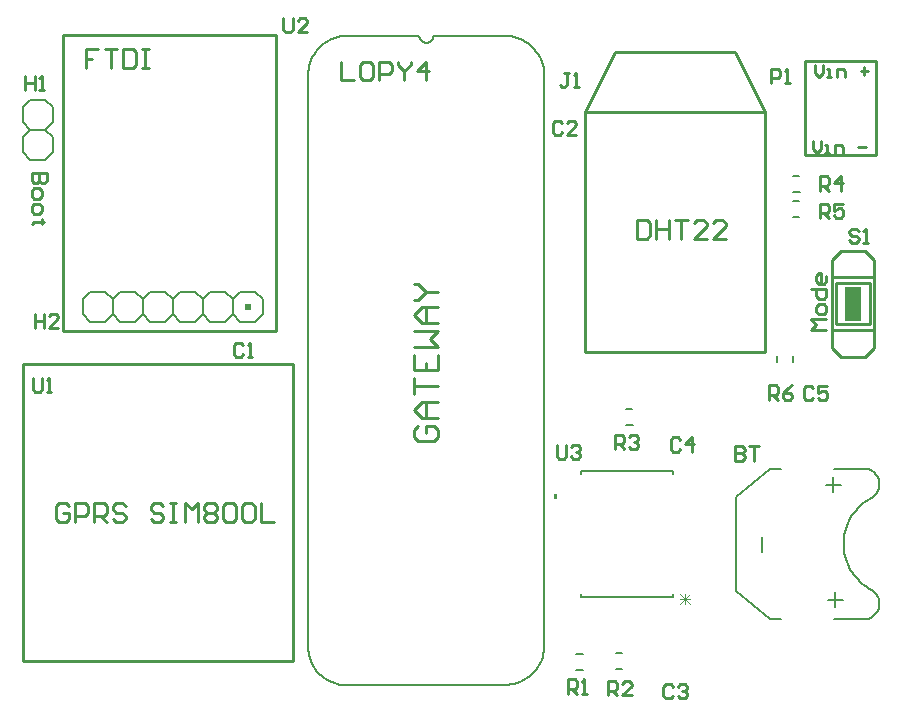
<source format=gto>
%FSTAX25Y25*%
%MOIN*%
%SFA1B1*%

%IPPOS*%
%ADD10C,0.007870*%
%ADD11C,0.005000*%
%ADD12C,0.006000*%
%ADD13C,0.010000*%
%ADD14C,0.005910*%
%ADD15C,0.003000*%
%ADD16R,0.020000X0.020000*%
%ADD17R,0.055120X0.116140*%
%LNgateway-1*%
%LPD*%
G36*
X018055Y006985D02*
X017955D01*
Y007135*
X018055*
Y006985*
G37*
G54D10*
X009763Y0020606D02*
X0097675Y0019599D01*
X0097797Y0018597*
X0097996Y0017608*
X0098271Y0016638*
X009862Y0015692*
X0099041Y0014775*
X0099532Y0013893*
X0100089Y0013052*
X0100708Y0012257*
X0101388Y0011511*
X0102123Y0010821*
X0102909Y0010188*
X0103742Y0009619*
X0104616Y0009115*
X0105526Y000868*
X0106467Y0008317*
X0107433Y0008027*
X0108419Y0007813*
X0109418Y0007676*
X0110425Y0007615*
X0163377Y0007849D02*
X0164353Y0007891D01*
X0165324Y0008006*
X0166284Y0008194*
X0167226Y0008452*
X0168147Y0008781*
X0169041Y0009177*
X0169903Y0009639*
X0170727Y0010164*
X017151Y0010749*
X0172248Y0011392*
X0172935Y0012087*
X0173568Y0012832*
X0174144Y0013622*
X0174659Y0014453*
X017511Y001532*
X0175496Y0016218*
X0175813Y0017143*
X017606Y0018089*
X0176236Y0019051*
X0176339Y0020023*
X017637Y0021*
X0134597Y0224161D02*
X0134844Y0223129D01*
X0135511Y0222304*
X0136469Y0221847*
X0137531*
X0138489Y0222304*
X0139156Y0223129*
X0139403Y0224161*
X0110622Y022415D02*
X0109602Y0224102D01*
X0108589Y0223974*
X0107588Y0223768*
X0106607Y0223485*
X0105651Y0223126*
X0104726Y0222693*
X0103838Y0222189*
X0102991Y0221618*
X0102192Y0220982*
X0101445Y0220286*
X0100754Y0219533*
X0100125Y0218729*
X009956Y0217879*
X0099063Y0216986*
X0098638Y0216058*
X0098286Y0215099*
X009801Y0214116*
X0097812Y0213114*
X0097692Y02121*
X0097652Y0211079*
X0176316Y0211425D02*
X0176252Y0212425D01*
X017611Y0213418*
X0175893Y0214397*
X0175602Y0215356*
X0175237Y021629*
X0174803Y0217194*
X01743Y0218061*
X0173732Y0218888*
X0173103Y0219669*
X0172415Y0220398*
X0171674Y0221074*
X0170883Y022169*
X0170047Y0222244*
X0169172Y0222732*
X0168261Y0223152*
X0167321Y02235*
X0166357Y0223776*
X0165374Y0223976*
X016438Y0224101*
X0163378Y022415*
X009763Y0019819D02*
Y0211551D01*
X0110228Y0007772D02*
X0163772D01*
X017637Y0019293D02*
Y0211551D01*
X0110228Y0224189D02*
X0134638D01*
X0139362D02*
X0163788D01*
G54D11*
X0284751Y0029898D02*
X028562Y0030346D01*
X0286394Y0030943*
X0287046Y0031672*
X0287555Y0032506*
X0287904Y0033419*
X0288082Y003438*
Y0035358*
X0287904Y0036319*
X0287555Y0037232*
X0287046Y0038066*
X0286394Y0038794*
X028562Y0039392*
X0284751Y0039839*
Y0069761D02*
X0283896Y0069233D01*
X0283073Y0068657*
X0282284Y0068033*
X0281534Y0067365*
X0280823Y0066655*
X0280155Y0065904*
X0279532Y0065116*
X0278956Y0064293*
X0278428Y0063437*
X0277951Y0062553*
X0277526Y0061642*
X0277155Y0060708*
X0276839Y0059755*
X0276579Y0058784*
X0276376Y00578*
X0276231Y0056805*
X0276143Y0055805*
X0276114Y00548*
X0276143Y0053796*
X0276231Y0052794*
X0276376Y00518*
X0276579Y0050816*
X0276839Y0049845*
X0277155Y0048892*
X0277526Y0047958*
X0277951Y0047047*
X0278428Y0046163*
X0278956Y0045307*
X0279532Y0044484*
X0280155Y0043696*
X0280823Y0042945*
X0281534Y0042235*
X0282284Y0041567*
X0283073Y0040943*
X0283896Y0040367*
X0284751Y0039839*
Y0069761D02*
X028562Y0070208D01*
X0286394Y0070806*
X0287046Y0071534*
X0287555Y0072368*
X0287904Y0073281*
X0288082Y0074242*
Y007522*
X0287904Y0076181*
X0287555Y0077094*
X0287046Y0077929*
X0286394Y0078657*
X028562Y0079254*
X0284751Y0079702*
X0248944Y0052103D02*
Y0057103D01*
X0273413Y0033678D02*
Y0038678D01*
X0270913Y0036178D02*
X0275913D01*
X0272625Y0071985D02*
Y0076985D01*
X0270125Y0074485D02*
X0275125D01*
X02517Y0079702D02*
X0255322D01*
X0240302Y0070548D02*
X02517Y0079702D01*
X0240302Y0039052D02*
Y0070548D01*
Y0039052D02*
X02517Y0029898D01*
X0255322*
X0273078D02*
X0284751D01*
X0273078Y0079702D02*
X0284751D01*
G54D12*
X00751Y01388D02*
X00801D01*
X00826Y01363*
Y01313D02*
Y01363D01*
X00801Y01288D02*
X00826Y01313D01*
X00626Y01363D02*
X00651Y01388D01*
X00701*
X00726Y01363*
Y01313D02*
Y01363D01*
X00701Y01288D02*
X00726Y01313D01*
X00651Y01288D02*
X00701D01*
X00626Y01313D02*
X00651Y01288D01*
X00726Y01363D02*
X00751Y01388D01*
X00726Y01313D02*
X00751Y01288D01*
X00801*
X00526Y01313D02*
Y01363D01*
X00551Y01388*
X00601*
X00626Y01363*
Y01313D02*
Y01363D01*
X00601Y01288D02*
X00626Y01313D01*
X00551Y01288D02*
X00601D01*
X00526Y01313D02*
X00551Y01288D01*
X00251D02*
X00301D01*
X00226Y01313D02*
X00251Y01288D01*
X00226Y01363D02*
X00251Y01388D01*
X00226Y01313D02*
Y01363D01*
X00326Y01313D02*
X00351Y01288D01*
X00401*
X00426Y01313*
Y01363*
X00401Y01388D02*
X00426Y01363D01*
X00351Y01388D02*
X00401D01*
X00326Y01363D02*
X00351Y01388D01*
X00301Y01288D02*
X00326Y01313D01*
Y01363*
X00301Y01388D02*
X00326Y01363D01*
X00251Y01388D02*
X00301D01*
X00551Y01288D02*
X00601D01*
X00526Y01313D02*
X00551Y01288D01*
X00526Y01363D02*
X00551Y01388D01*
X00426Y01313D02*
X00451Y01288D01*
X00501*
X00526Y01313*
Y01363*
X00501Y01388D02*
X00526Y01363D01*
X00451Y01388D02*
X00501D01*
X00426Y01363D02*
X00451Y01388D01*
X00601Y01288D02*
X00626Y01313D01*
Y01363*
X00601Y01388D02*
X00626Y01363D01*
X00551Y01388D02*
X00601D01*
X00126Y01854D02*
Y01904D01*
X00101Y01829D02*
X00126Y01854D01*
X00026D02*
X00051Y01829D01*
X00101*
Y01929D02*
X00126Y01954D01*
Y02004*
X00101Y02029D02*
X00126Y02004D01*
X00051Y02029D02*
X00101D01*
X00026Y02004D02*
X00051Y02029D01*
X00026Y01954D02*
Y02004D01*
Y01954D02*
X00051Y01929D01*
X00101D02*
X00126Y01904D01*
X00051Y01929D02*
X00101D01*
X00026Y01904D02*
X00051Y01929D01*
X00026Y01854D02*
Y01904D01*
X021935Y007796D02*
Y007925D01*
Y003695D02*
Y003824D01*
X018845Y003695D02*
X021935D01*
X018845Y007796D02*
Y007925D01*
X021935*
X018845Y003695D02*
Y003824D01*
G54D13*
X0016104Y0125926D02*
Y0224351D01*
Y0125926D02*
X008697D01*
Y0224351*
X0016104D02*
X008697D01*
X00026Y01147D02*
X00926D01*
Y00157D02*
Y01147D01*
X00026Y00157D02*
X00926D01*
X00026D02*
Y01147D01*
X024Y02188D02*
X025Y01988D01*
X02Y02188D02*
X024D01*
X019Y01988D02*
X02Y02188D01*
X019Y01988D02*
X025D01*
Y01188D02*
Y01988D01*
X019Y01188D02*
Y01988D01*
Y01188D02*
X022D01*
X025*
X028678Y018437D02*
Y0215866D01*
X0263157D02*
X028678D01*
X0263157Y018437D02*
X028678D01*
X0263157D02*
Y0215866D01*
X027241Y0120072D02*
Y0125978D01*
Y0143694D02*
Y01496D01*
X0275363Y0152553*
X0283237D02*
X028619Y01496D01*
X0283237Y011712D02*
X028619Y0120072D01*
X027241D02*
X0275363Y011712D01*
X0285009Y0127946D02*
Y0141726D01*
X0273591Y0127946D02*
Y0141726D01*
Y0127946D02*
X0285009D01*
X0273591Y0141726D02*
X0285009D01*
X027241Y0125978D02*
X028619D01*
X027241Y0143694D02*
X028619D01*
Y0120072D02*
Y01496D01*
X0275363Y011712D02*
X0283237D01*
X027241Y0125978D02*
Y0146647D01*
X0275363Y0152553D02*
X0283237D01*
X0010616Y01784D02*
X00055D01*
Y0175842*
X0006353Y0174989*
X0007205*
X0008058Y0175842*
Y01784*
Y0175842*
X0008911Y0174989*
X0009764*
X0010616Y0175842*
Y01784*
X00055Y0172431D02*
Y0170725D01*
X0006353Y0169873*
X0008058*
X0008911Y0170725*
Y0172431*
X0008058Y0173284*
X0006353*
X00055Y0172431*
Y0167314D02*
Y0165609D01*
X0006353Y0164756*
X0008058*
X0008911Y0165609*
Y0167314*
X0008058Y0168167*
X0006353*
X00055Y0167314*
X0009764Y0162198D02*
X0008911D01*
Y0163051*
Y0161345*
Y0162198*
X0006353*
X00055Y0161345*
X02667Y0214536D02*
Y0211912D01*
X0268012Y02106*
X0269324Y0211912*
Y0214536*
X0270636Y02106D02*
X0271948D01*
X0271292*
Y0213224*
X0270636*
X0273916Y02106D02*
Y0213224D01*
X0275883*
X0276539Y0212568*
Y02106*
X0281787Y0212568D02*
X0284411D01*
X0283099Y021388D02*
Y0211256D01*
X0266Y0189136D02*
Y0186512D01*
X0267312Y01852*
X0268624Y0186512*
Y0189136*
X0269936Y01852D02*
X0271248D01*
X0270592*
Y0187824*
X0269936*
X0273216Y01852D02*
Y0187824D01*
X0275183*
X0275839Y0187168*
Y01852*
X0281087Y0187168D02*
X0283711D01*
X02704Y01262D02*
X0265283D01*
X0266989Y0127905*
X0265283Y0129611*
X02704*
Y0132169D02*
Y0133875D01*
X0269547Y0134727*
X0267842*
X0266989Y0133875*
Y0132169*
X0267842Y0131316*
X0269547*
X02704Y0132169*
X0265283Y0139844D02*
X02704D01*
Y0137286*
X0269547Y0136433*
X0267842*
X0266989Y0137286*
Y0139844*
X02704Y0144108D02*
Y0142402D01*
X0269547Y0141549*
X0267842*
X0266989Y0142402*
Y0144108*
X0267842Y014496*
X0268694*
Y0141549*
X02074Y0162897D02*
Y01566D01*
X0210549*
X0211598Y015765*
Y0161848*
X0210549Y0162897*
X02074*
X0213697D02*
Y01566D01*
Y0159749*
X0217895*
Y0162897*
Y01566*
X0219994Y0162897D02*
X0224193D01*
X0222093*
Y01566*
X023049D02*
X0226291D01*
X023049Y0160798*
Y0161848*
X022944Y0162897*
X0227341*
X0226291Y0161848*
X0236787Y01566D02*
X0232589D01*
X0236787Y0160798*
Y0161848*
X0235737Y0162897*
X0233638*
X0232589Y0161848*
X01087Y0215597D02*
Y02093D01*
X0112898*
X0118146Y0215597D02*
X0116047D01*
X0114997Y0214548*
Y0210349*
X0116047Y02093*
X0118146*
X0119195Y0210349*
Y0214548*
X0118146Y0215597*
X0121294Y02093D02*
Y0215597D01*
X0124443*
X0125493Y0214548*
Y0212449*
X0124443Y0211399*
X0121294*
X0127592Y0215597D02*
Y0214548D01*
X0129691Y0212449*
X013179Y0214548*
Y0215597*
X0129691Y0212449D02*
Y02093D01*
X0137037D02*
Y0215597D01*
X0133889Y0212449*
X0138087*
X0027698Y0219697D02*
X00235D01*
Y0216549*
X0025599*
X00235*
Y02134*
X0029797Y0219697D02*
X0033995D01*
X0031896*
Y02134*
X0036094Y0219697D02*
Y02134D01*
X0039243*
X0040293Y021445*
Y0218648*
X0039243Y0219697*
X0036094*
X0042391D02*
X0044491D01*
X0043441*
Y02134*
X0042391*
X0044491*
X0017898Y0067348D02*
X0016849Y0068397D01*
X001475*
X00137Y0067348*
Y0063149*
X001475Y00621*
X0016849*
X0017898Y0063149*
Y0065249*
X0015799*
X0019997Y00621D02*
Y0068397D01*
X0023146*
X0024195Y0067348*
Y0065249*
X0023146Y0064199*
X0019997*
X0026294Y00621D02*
Y0068397D01*
X0029443*
X0030492Y0067348*
Y0065249*
X0029443Y0064199*
X0026294*
X0028393D02*
X0030492Y00621D01*
X003679Y0067348D02*
X003574Y0068397D01*
X0033641*
X0032592Y0067348*
Y0066298*
X0033641Y0065249*
X003574*
X003679Y0064199*
Y0063149*
X003574Y00621*
X0033641*
X0032592Y0063149*
X0049384Y0067348D02*
X0048334Y0068397D01*
X0046235*
X0045186Y0067348*
Y0066298*
X0046235Y0065249*
X0048334*
X0049384Y0064199*
Y0063149*
X0048334Y00621*
X0046235*
X0045186Y0063149*
X0051483Y0068397D02*
X0053582D01*
X0052533*
Y00621*
X0051483*
X0053582*
X0056731D02*
Y0068397D01*
X005883Y0066298*
X0060929Y0068397*
Y00621*
X0063028Y0067348D02*
X0064077Y0068397D01*
X0066176*
X0067226Y0067348*
Y0066298*
X0066176Y0065249*
X0067226Y0064199*
Y0063149*
X0066176Y00621*
X0064077*
X0063028Y0063149*
Y0064199*
X0064077Y0065249*
X0063028Y0066298*
Y0067348*
X0064077Y0065249D02*
X0066176D01*
X0069325Y0067348D02*
X0070375Y0068397D01*
X0072474*
X0073523Y0067348*
Y0063149*
X0072474Y00621*
X0070375*
X0069325Y0063149*
Y0067348*
X0075622D02*
X0076672Y0068397D01*
X0078771*
X007982Y0067348*
Y0063149*
X0078771Y00621*
X0076672*
X0075622Y0063149*
Y0067348*
X0081919Y0068397D02*
Y00621D01*
X0086118*
X013424Y0094248D02*
X0132929Y0092936D01*
Y0090312*
X013424Y0089*
X0139488*
X01408Y0090312*
Y0092936*
X0139488Y0094248*
X0136864*
Y0091624*
X01408Y0096872D02*
X0135552D01*
X0132929Y0099495*
X0135552Y0102119*
X01408*
X0136864*
Y0096872*
X0132929Y0104743D02*
Y0109991D01*
Y0107367*
X01408*
X0132929Y0117862D02*
Y0112614D01*
X01408*
Y0117862*
X0136864Y0112614D02*
Y0115238D01*
X0132929Y0120486D02*
X01408D01*
X0138176Y012311*
X01408Y0125734*
X0132929*
X01408Y0128357D02*
X0135552D01*
X0132929Y0130981*
X0135552Y0133605*
X01408*
X0136864*
Y0128357*
X0132929Y0136229D02*
X013424D01*
X0136864Y0138853*
X013424Y0141477*
X0132929*
X0136864Y0138853D02*
X01408D01*
X00065Y0131523D02*
Y01268D01*
Y0129161*
X0009649*
Y0131523*
Y01268*
X0014371D02*
X0011223D01*
X0014371Y0129949*
Y0130736*
X0013584Y0131523*
X001201*
X0011223Y0130736*
X00033Y0210923D02*
Y02062D01*
Y0208561*
X0006449*
Y0210923*
Y02062*
X0008023D02*
X0009597D01*
X000881*
Y0210923*
X0008023Y0210136*
X01805Y0087923D02*
Y0083987D01*
X0181287Y00832*
X0182861*
X0183649Y0083987*
Y0087923*
X0185223Y0087136D02*
X018601Y0087923D01*
X0187584*
X0188372Y0087136*
Y0086349*
X0187584Y0085561*
X0186797*
X0187584*
X0188372Y0084774*
Y0083987*
X0187584Y00832*
X018601*
X0185223Y0083987*
X0221649Y0089536D02*
X0220861Y0090323D01*
X0219287*
X02185Y0089536*
Y0086387*
X0219287Y00856*
X0220861*
X0221649Y0086387*
X0225584Y00856D02*
Y0090323D01*
X0223223Y0087961*
X0226372*
X0219249Y0007236D02*
X0218461Y0008023D01*
X0216887*
X02161Y0007236*
Y0004087*
X0216887Y00033*
X0218461*
X0219249Y0004087*
X0220823Y0007236D02*
X022161Y0008023D01*
X0223184*
X0223972Y0007236*
Y0006449*
X0223184Y0005661*
X0222397*
X0223184*
X0223972Y0004874*
Y0004087*
X0223184Y00033*
X022161*
X0220823Y0004087*
X0182349Y0195136D02*
X0181561Y0195923D01*
X0179987*
X01792Y0195136*
Y0191987*
X0179987Y01912*
X0181561*
X0182349Y0191987*
X0187072Y01912D02*
X0183923D01*
X0187072Y0194349*
Y0195136*
X0186284Y0195923*
X018471*
X0183923Y0195136*
X0075949Y0121136D02*
X0075161Y0121923D01*
X0073587*
X00728Y0121136*
Y0117987*
X0073587Y01172*
X0075161*
X0075949Y0117987*
X0077523Y01172D02*
X0079097D01*
X007831*
Y0121923*
X0077523Y0121136*
X00058Y0110223D02*
Y0106287D01*
X0006587Y01055*
X0008161*
X0008949Y0106287*
Y0110223*
X0010523Y01055D02*
X0012097D01*
X001131*
Y0110223*
X0010523Y0109436*
X0184649Y0211823D02*
X0183074D01*
X0183861*
Y0207887*
X0183074Y02071*
X0182287*
X01815Y0207887*
X0186223Y02071D02*
X0187797D01*
X018701*
Y0211823*
X0186223Y0211036*
X00894Y0230023D02*
Y0226087D01*
X0090187Y02253*
X0091761*
X0092549Y0226087*
Y0230023*
X0097272Y02253D02*
X0094123D01*
X0097272Y0228449*
Y0229236*
X0096484Y0230023*
X009491*
X0094123Y0229236*
X02519Y02084D02*
Y0213123D01*
X0254261*
X0255049Y0212336*
Y0210761*
X0254261Y0209974*
X02519*
X0256623Y02084D02*
X0258197D01*
X025741*
Y0213123*
X0256623Y0212336*
X01842Y00049D02*
Y0009623D01*
X0186561*
X0187349Y0008836*
Y0007261*
X0186561Y0006474*
X01842*
X0185774D02*
X0187349Y00049D01*
X0188923D02*
X0190497D01*
X018971*
Y0009623*
X0188923Y0008836*
X01976Y00043D02*
Y0009023D01*
X0199961*
X0200749Y0008236*
Y0006661*
X0199961Y0005874*
X01976*
X0199174D02*
X0200749Y00043D01*
X0205471D02*
X0202323D01*
X0205471Y0007449*
Y0008236*
X0204684Y0009023*
X020311*
X0202323Y0008236*
X01999Y00864D02*
Y0091123D01*
X0202261*
X0203049Y0090336*
Y0088761*
X0202261Y0087974*
X01999*
X0201474D02*
X0203049Y00864D01*
X0204623Y0090336D02*
X020541Y0091123D01*
X0206984*
X0207771Y0090336*
Y0089549*
X0206984Y0088761*
X0206197*
X0206984*
X0207771Y0087974*
Y0087187*
X0206984Y00864*
X020541*
X0204623Y0087187*
X02682Y01726D02*
Y0177323D01*
X0270561*
X0271349Y0176536*
Y0174961*
X0270561Y0174174*
X02682*
X0269774D02*
X0271349Y01726D01*
X0275284D02*
Y0177323D01*
X0272923Y0174961*
X0276072*
X02682Y01635D02*
Y0168223D01*
X0270561*
X0271349Y0167436*
Y0165861*
X0270561Y0165074*
X02682*
X0269774D02*
X0271349Y01635D01*
X0276072Y0168223D02*
X0272923D01*
Y0165861*
X0274497Y0166649*
X0275284*
X0276072Y0165861*
Y0164287*
X0275284Y01635*
X027371*
X0272923Y0164287*
X024Y0087323D02*
Y00826D01*
X0242361*
X0243149Y0083387*
Y0084174*
X0242361Y0084961*
X024*
X0242361*
X0243149Y0085749*
Y0086536*
X0242361Y0087323*
X024*
X0244723D02*
X0247871D01*
X0246297*
Y00826*
X0265949Y0106636D02*
X0265161Y0107423D01*
X0263587*
X02628Y0106636*
Y0103487*
X0263587Y01027*
X0265161*
X0265949Y0103487*
X0270672Y0107423D02*
X0267523D01*
Y0105061*
X0269097Y0105849*
X0269884*
X0270672Y0105061*
Y0103487*
X0269884Y01027*
X026831*
X0267523Y0103487*
X02512Y01029D02*
Y0107623D01*
X0253561*
X0254349Y0106836*
Y0105261*
X0253561Y0104474*
X02512*
X0252774D02*
X0254349Y01029D01*
X0259071Y0107623D02*
X0257497Y0106836D01*
X0255923Y0105261*
Y0103687*
X025671Y01029*
X0258284*
X0259071Y0103687*
Y0104474*
X0258284Y0105261*
X0255923*
X0281149Y0159136D02*
X0280361Y0159923D01*
X0278787*
X0278Y0159136*
Y0158349*
X0278787Y0157561*
X0280361*
X0281149Y0156774*
Y0155987*
X0280361Y01552*
X0278787*
X0278Y0155987*
X0282723Y01552D02*
X0284297D01*
X028351*
Y0159923*
X0282723Y0159136*
G54D14*
X0186919Y0018157D02*
X0189183D01*
X0187017Y0012843D02*
X0189183D01*
X0200117Y0013143D02*
X0202381D01*
X0200117Y0018457D02*
X0202283D01*
X0203517Y0094443D02*
X0205781D01*
X0203517Y0099757D02*
X0205683D01*
X0259217Y0172243D02*
X0261481D01*
X0259217Y0177557D02*
X0261383D01*
X0259119Y0168957D02*
X0261383D01*
X0259217Y0163643D02*
X0261383D01*
X0259157Y0115317D02*
Y0117581D01*
X0253842Y0115317D02*
Y0117483D01*
G54D15*
X02248Y0034835D02*
X0221468Y0038167D01*
X02248D02*
X0221468Y0034835D01*
X02248Y0036501D02*
X0221468D01*
X0223134Y0038167D02*
Y0034835D01*
G54D16*
X00776Y01338D03*
G54D17*
X02793Y0134738D03*
M02*
</source>
